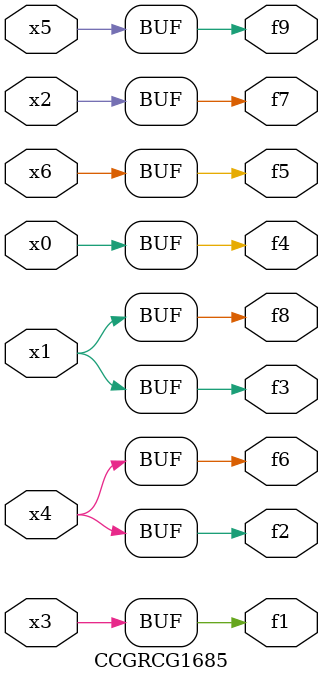
<source format=v>
module CCGRCG1685(
	input x0, x1, x2, x3, x4, x5, x6,
	output f1, f2, f3, f4, f5, f6, f7, f8, f9
);
	assign f1 = x3;
	assign f2 = x4;
	assign f3 = x1;
	assign f4 = x0;
	assign f5 = x6;
	assign f6 = x4;
	assign f7 = x2;
	assign f8 = x1;
	assign f9 = x5;
endmodule

</source>
